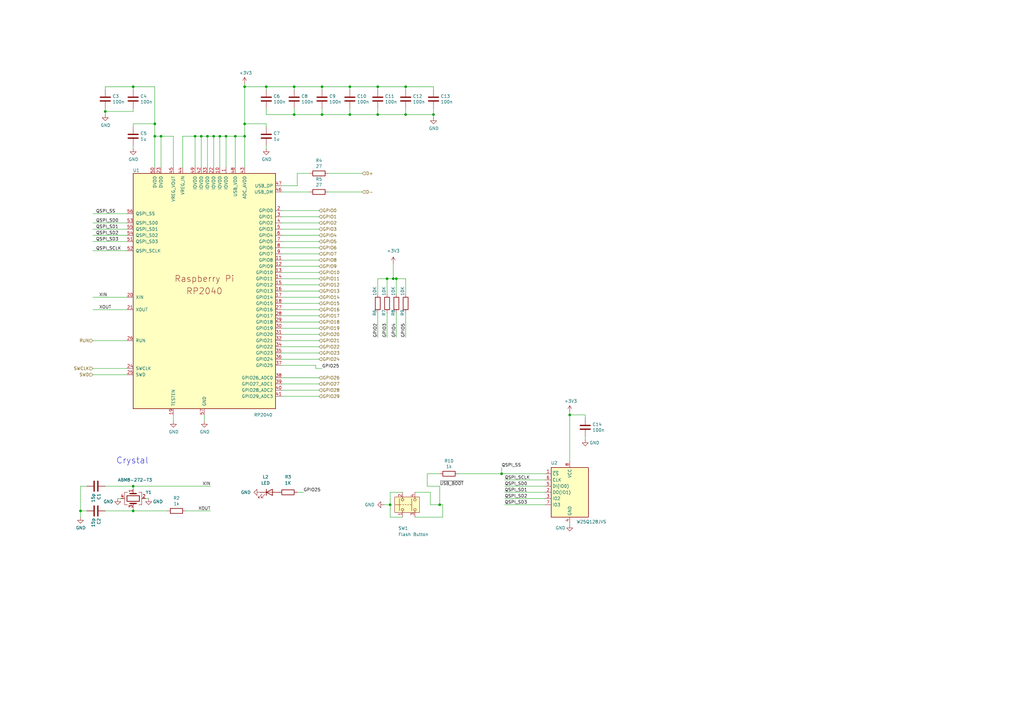
<source format=kicad_sch>
(kicad_sch (version 20231120) (generator "eeschema") (generator_version "8.0")
  (paper "A3")
  (title_block (title "FRANK2") (date "2024-11-21") (rev "1.0") (company "Mikhail Matveev") (comment 1 "https://github.com/xtremespb/frank2"))
  (lib_symbols
    (symbol "+3V3_1" (power) (pin_numbers hide) (pin_names (offset 0) hide)
      (property "Value" "+3V3" (at 0 3.556 0))
      (symbol "+3V3_1_0_1"
        (polyline (pts (xy -0.762 1.27) (xy 0 2.54)))
        (polyline (pts (xy 0 0) (xy 0 2.54)))
        (polyline (pts (xy 0 2.54) (xy 0.762 1.27)))
      )
      (symbol "+3V3_1_1_1"
        (pin power_in line (at 0 0 90) (length 0) (name "~") (number "1"))
      )
    )
    (symbol "Device:C" (pin_numbers hide) (pin_names (offset 0.254))
      (property "Reference" "C" (at 0.635 2.54 0))
      (property "Value" "C" (at 0.635 -2.54 0))
      (symbol "C_0_1"
        (polyline (pts (xy -2.032 -0.762) (xy 2.032 -0.762)) (stroke (width 0.508)))
        (polyline (pts (xy -2.032 0.762) (xy 2.032 0.762)) (stroke (width 0.508)))
      )
      (symbol "C_1_1"
        (pin passive line (at 0 3.81 270) (length 2.794) (name "~") (number "1"))
        (pin passive line (at 0 -3.81 90) (length 2.794) (name "~") (number "2"))
      )
    )
    (symbol "Device:Crystal_GND24" (pin_names (offset 1.016) hide)
      (property "Reference" "Y" (at 3.175 5.08 0))
      (property "Value" "Crystal_GND24" (at 3.175 3.175 0))
      (symbol "Crystal_GND24_0_1"
        (rectangle (start -1.143 2.54) (end 1.143 -2.54) (stroke (width 0.3048)))
        (polyline (pts (xy -2.54 0) (xy -2.032 0)))
        (polyline (pts (xy -2.032 -1.27) (xy -2.032 1.27)) (stroke (width 0.508)))
        (polyline (pts (xy 0 -3.81) (xy 0 -3.556)))
        (polyline (pts (xy 0 3.556) (xy 0 3.81)))
        (polyline (pts (xy 2.032 -1.27) (xy 2.032 1.27)) (stroke (width 0.508)))
        (polyline (pts (xy 2.032 0) (xy 2.54 0)))
        (polyline (pts (xy -2.54 -2.286) (xy -2.54 -3.556) (xy 2.54 -3.556) (xy 2.54 -2.286)))
        (polyline (pts (xy -2.54 2.286) (xy -2.54 3.556) (xy 2.54 3.556) (xy 2.54 2.286)))
      )
      (symbol "Crystal_GND24_1_1"
        (pin passive line (at -3.81 0 0) (length 1.27) (name "1") (number "1"))
        (pin passive line (at 0 5.08 270) (length 1.27) (name "2") (number "2"))
        (pin passive line (at 3.81 0 180) (length 1.27) (name "3") (number "3"))
        (pin passive line (at 0 -5.08 90) (length 1.27) (name "4") (number "4"))
      )
    )
    (symbol "Device:LED" (pin_numbers hide) (pin_names (offset 1.016) hide)
      (property "Reference" "D" (at 0 2.54 0))
      (property "Value" "LED" (at 0 -2.54 0))
      (symbol "LED_0_1"
        (polyline (pts (xy -1.27 -1.27) (xy -1.27 1.27)) (stroke (width 0.254)))
        (polyline (pts (xy -1.27 0) (xy 1.27 0)))
        (polyline (pts (xy 1.27 -1.27) (xy 1.27 1.27) (xy -1.27 0) (xy 1.27 -1.27)) (stroke (width 0.254)))
        (polyline (pts (xy -3.048 -0.762) (xy -4.572 -2.286) (xy -3.81 -2.286) (xy -4.572 -2.286) (xy -4.572 -1.524)))
        (polyline (pts (xy -1.778 -0.762) (xy -3.302 -2.286) (xy -2.54 -2.286) (xy -3.302 -2.286) (xy -3.302 -1.524)))
      )
      (symbol "LED_1_1"
        (pin passive line (at -3.81 0 0) (length 2.54) (name "K") (number "1"))
        (pin passive line (at 3.81 0 180) (length 2.54) (name "A") (number "2"))
      )
    )
    (symbol "Device:R" (pin_numbers hide) (pin_names (offset 0))
      (property "Reference" "R" (at 2.032 0 90))
      (property "Value" "R" (at 0 0 90))
      (symbol "R_0_1"
        (rectangle (start -1.016 -2.54) (end 1.016 2.54) (stroke (width 0.254)))
      )
      (symbol "R_1_1"
        (pin passive line (at 0 3.81 270) (length 1.27) (name "~") (number "1"))
        (pin passive line (at 0 -3.81 90) (length 1.27) (name "~") (number "2"))
      )
    )
    (symbol "GND_1" (power) (pin_numbers hide) (pin_names (offset 0) hide)
      (property "Value" "GND" (at 0 -3.81 0))
      (symbol "GND_1_0_1"
        (polyline (pts (xy 0 0) (xy 0 -1.27) (xy 1.27 -1.27) (xy 0 -2.54) (xy -1.27 -1.27) (xy 0 -1.27)))
      )
      (symbol "GND_1_1_1"
        (pin power_in line (at 0 0 270) (length 0) (name "~") (number "1"))
      )
    )
    (symbol "GND_2" (power) (pin_numbers hide) (pin_names (offset 0) hide)
      (property "Value" "GND" (at 0 -3.81 0))
      (symbol "GND_2_0_1"
        (polyline (pts (xy 0 0) (xy 0 -1.27) (xy 1.27 -1.27) (xy 0 -2.54) (xy -1.27 -1.27) (xy 0 -1.27)))
      )
      (symbol "GND_2_1_1"
        (pin power_in line (at 0 0 270) (length 0) (name "~") (number "1"))
      )
    )
    (symbol "MCU_RaspberryPi_RP2040:RP2040" (pin_names (offset 1.016))
      (property "Reference" "U" (at -29.21 49.53 0))
      (property "Value" "RP2040" (at 24.13 -49.53 0))
      (symbol "RP2040_0_0"
        (text "Raspberry Pi" (at 0 5.08 0) (effects (font (size 2.54 2.54))))
        (text "RP2040" (at 0 0 0) (effects (font (size 2.54 2.54))))
      )
      (symbol "RP2040_0_1"
        (rectangle (start 29.21 48.26) (end -29.21 -48.26) (stroke (width 0.254)) (fill (type background)))
      )
      (symbol "RP2040_1_1"
        (pin power_in line (at 8.89 50.8 270) (length 2.54) (name "IOVDD") (number "1"))
        (pin power_in line (at 6.35 50.8 270) (length 2.54) (name "IOVDD") (number "10"))
        (pin bidirectional line (at 31.75 12.7 180) (length 2.54) (name "GPIO8") (number "11"))
        (pin bidirectional line (at 31.75 10.16 180) (length 2.54) (name "GPIO9") (number "12"))
        (pin bidirectional line (at 31.75 7.62 180) (length 2.54) (name "GPIO10") (number "13"))
        (pin bidirectional line (at 31.75 5.08 180) (length 2.54) (name "GPIO11") (number "14"))
        (pin bidirectional line (at 31.75 2.54 180) (length 2.54) (name "GPIO12") (number "15"))
        (pin bidirectional line (at 31.75 0 180) (length 2.54) (name "GPIO13") (number "16"))
        (pin bidirectional line (at 31.75 -2.54 180) (length 2.54) (name "GPIO14") (number "17"))
        (pin bidirectional line (at 31.75 -5.08 180) (length 2.54) (name "GPIO15") (number "18"))
        (pin passive line (at -12.7 -50.8 90) (length 2.54) (name "TESTEN") (number "19"))
        (pin bidirectional line (at 31.75 33.02 180) (length 2.54) (name "GPIO0") (number "2"))
        (pin input line (at -31.75 -2.54 0) (length 2.54) (name "XIN") (number "20"))
        (pin passive line (at -31.75 -7.62 0) (length 2.54) (name "XOUT") (number "21"))
        (pin power_in line (at 3.81 50.8 270) (length 2.54) (name "IOVDD") (number "22"))
        (pin power_in line (at -17.78 50.8 270) (length 2.54) (name "DVDD") (number "23"))
        (pin output line (at -31.75 -31.75 0) (length 2.54) (name "SWCLK") (number "24"))
        (pin bidirectional line (at -31.75 -34.29 0) (length 2.54) (name "SWD") (number "25"))
        (pin input line (at -31.75 -20.32 0) (length 2.54) (name "RUN") (number "26"))
        (pin bidirectional line (at 31.75 -7.62 180) (length 2.54) (name "GPIO16") (number "27"))
        (pin bidirectional line (at 31.75 -10.16 180) (length 2.54) (name "GPIO17") (number "28"))
        (pin bidirectional line (at 31.75 -12.7 180) (length 2.54) (name "GPIO18") (number "29"))
        (pin bidirectional line (at 31.75 30.48 180) (length 2.54) (name "GPIO1") (number "3"))
        (pin bidirectional line (at 31.75 -15.24 180) (length 2.54) (name "GPIO19") (number "30"))
        (pin bidirectional line (at 31.75 -17.78 180) (length 2.54) (name "GPIO20") (number "31"))
        (pin bidirectional line (at 31.75 -20.32 180) (length 2.54) (name "GPIO21") (number "32"))
        (pin power_in line (at 1.27 50.8 270) (length 2.54) (name "IOVDD") (number "33"))
        (pin bidirectional line (at 31.75 -22.86 180) (length 2.54) (name "GPIO22") (number "34"))
        (pin bidirectional line (at 31.75 -25.4 180) (length 2.54) (name "GPIO23") (number "35"))
        (pin bidirectional line (at 31.75 -27.94 180) (length 2.54) (name "GPIO24") (number "36"))
        (pin bidirectional line (at 31.75 -30.48 180) (length 2.54) (name "GPIO25") (number "37"))
        (pin bidirectional line (at 31.75 -35.56 180) (length 2.54) (name "GPIO26_ADC0") (number "38"))
        (pin bidirectional line (at 31.75 -38.1 180) (length 2.54) (name "GPIO27_ADC1") (number "39"))
        (pin bidirectional line (at 31.75 27.94 180) (length 2.54) (name "GPIO2") (number "4"))
        (pin bidirectional line (at 31.75 -40.64 180) (length 2.54) (name "GPIO28_ADC2") (number "40"))
        (pin bidirectional line (at 31.75 -43.18 180) (length 2.54) (name "GPIO29_ADC3") (number "41"))
        (pin power_in line (at -1.27 50.8 270) (length 2.54) (name "IOVDD") (number "42"))
        (pin power_in line (at 16.51 50.8 270) (length 2.54) (name "ADC_AVDD") (number "43"))
        (pin power_in line (at -8.89 50.8 270) (length 2.54) (name "VREG_IN") (number "44"))
        (pin power_out line (at -12.7 50.8 270) (length 2.54) (name "VREG_VOUT") (number "45"))
        (pin bidirectional line (at 31.75 40.64 180) (length 2.54) (name "USB_DM") (number "46"))
        (pin bidirectional line (at 31.75 43.18 180) (length 2.54) (name "USB_DP") (number "47"))
        (pin power_in line (at 12.7 50.8 270) (length 2.54) (name "USB_VDD") (number "48"))
        (pin power_in line (at -3.81 50.8 270) (length 2.54) (name "IOVDD") (number "49"))
        (pin bidirectional line (at 31.75 25.4 180) (length 2.54) (name "GPIO3") (number "5"))
        (pin power_in line (at -20.32 50.8 270) (length 2.54) (name "DVDD") (number "50"))
        (pin bidirectional line (at -31.75 20.32 0) (length 2.54) (name "QSPI_SD3") (number "51"))
        (pin output line (at -31.75 16.51 0) (length 2.54) (name "QSPI_SCLK") (number "52"))
        (pin bidirectional line (at -31.75 27.94 0) (length 2.54) (name "QSPI_SD0") (number "53"))
        (pin bidirectional line (at -31.75 22.86 0) (length 2.54) (name "QSPI_SD2") (number "54"))
        (pin bidirectional line (at -31.75 25.4 0) (length 2.54) (name "QSPI_SD1") (number "55"))
        (pin bidirectional line (at -31.75 31.75 0) (length 2.54) (name "QSPI_SS") (number "56"))
        (pin power_in line (at 0 -50.8 90) (length 2.54) (name "GND") (number "57"))
        (pin bidirectional line (at 31.75 22.86 180) (length 2.54) (name "GPIO4") (number "6"))
        (pin bidirectional line (at 31.75 20.32 180) (length 2.54) (name "GPIO5") (number "7"))
        (pin bidirectional line (at 31.75 17.78 180) (length 2.54) (name "GPIO6") (number "8"))
        (pin bidirectional line (at 31.75 15.24 180) (length 2.54) (name "GPIO7") (number "9"))
      )
    )
    (symbol "Memory_Flash:W25Q128JVS"
      (property "Reference" "U" (at -8.89 8.89 0))
      (property "Value" "W25Q128JVS" (at 7.62 8.89 0))
      (symbol "W25Q128JVS_0_1"
        (rectangle (start -7.62 10.16) (end 7.62 -10.16) (stroke (width 0.254)) (fill (type background)))
      )
      (symbol "W25Q128JVS_1_1"
        (pin input line (at -10.16 7.62 0) (length 2.54) (name "~{CS}") (number "1"))
        (pin bidirectional line (at -10.16 0 0) (length 2.54) (name "DO(IO1)") (number "2"))
        (pin bidirectional line (at -10.16 -2.54 0) (length 2.54) (name "IO2") (number "3"))
        (pin power_in line (at 0 -12.7 90) (length 2.54) (name "GND") (number "4"))
        (pin bidirectional line (at -10.16 2.54 0) (length 2.54) (name "DI(IO0)") (number "5"))
        (pin input line (at -10.16 5.08 0) (length 2.54) (name "CLK") (number "6"))
        (pin bidirectional line (at -10.16 -5.08 0) (length 2.54) (name "IO3") (number "7"))
        (pin power_in line (at 0 12.7 270) (length 2.54) (name "VCC") (number "8"))
      )
    )
    (symbol "Switch:SW_Push_Dual" (pin_names (offset 1.016) hide)
      (property "Reference" "SW" (at 0 7.62 0))
      (property "Value" "SW_Push_Dual" (at 0 -6.35 0))
      (symbol "SW_Push_Dual_0_1"
        (circle (center -2.032 -2.54) (radius 0.508))
        (circle (center -2.032 2.54) (radius 0.508))
        (polyline (pts (xy 0 -0.508) (xy 0 -1.016)))
        (polyline (pts (xy 0 0.508) (xy 0 0)))
        (polyline (pts (xy 0 1.016) (xy 0 1.524)))
        (polyline (pts (xy 0 2.032) (xy 0 2.54)))
        (polyline (pts (xy 0 3.048) (xy 0 3.556)))
        (polyline (pts (xy 0 3.81) (xy 0 5.588)))
        (polyline (pts (xy 2.54 -1.27) (xy -2.54 -1.27)))
        (polyline (pts (xy 2.54 3.81) (xy -2.54 3.81)))
        (circle (center 2.032 -2.54) (radius 0.508))
        (circle (center 2.032 2.54) (radius 0.508))
        (pin passive line (at -5.08 2.54 0) (length 2.54) (name "1") (number "1"))
        (pin passive line (at 5.08 2.54 180) (length 2.54) (name "2") (number "2"))
        (pin passive line (at -5.08 -2.54 0) (length 2.54) (name "3") (number "3"))
        (pin passive line (at 5.08 -2.54 180) (length 2.54) (name "4") (number "4"))
      )
      (symbol "SW_Push_Dual_1_1"
        (rectangle (start -3.175 5.715) (end 3.175 -4.445) (fill (type background)))
      )
    )
    (symbol "power:+3V3" (power) (pin_names (offset 0))
      (property "Value" "+3V3" (at 0 3.556 0))
      (symbol "+3V3_0_1"
        (polyline (pts (xy -0.762 1.27) (xy 0 2.54)))
        (polyline (pts (xy 0 0) (xy 0 2.54)))
        (polyline (pts (xy 0 2.54) (xy 0.762 1.27)))
      )
      (symbol "+3V3_1_1"
        (pin power_in line (at 0 0 90) (length 0) hide (name "+3V3") (number "1"))
      )
    )
    (symbol "power:GND" (power) (pin_names (offset 0))
      (property "Value" "GND" (at 0 -3.81 0))
      (symbol "GND_0_1"
        (polyline (pts (xy 0 0) (xy 0 -1.27) (xy 1.27 -1.27) (xy 0 -2.54) (xy -1.27 -1.27) (xy 0 -1.27)))
      )
      (symbol "GND_1_1"
        (pin power_in line (at 0 0 270) (length 0) hide (name "GND") (number "1"))
      )
    )
  )
  (junction (at 66.04 55.88))
  (junction (at 33.02 209.55))
  (junction (at 120.65 46.99))
  (junction (at 96.52 55.88))
  (junction (at 109.22 35.56))
  (junction (at 166.37 46.99))
  (junction (at 80.01 55.88))
  (junction (at 158.75 114.3))
  (junction (at 162.56 114.3))
  (junction (at 90.17 55.88))
  (junction (at 100.33 50.8))
  (junction (at 161.29 114.3))
  (junction (at 177.8 46.99))
  (junction (at 43.18 45.72))
  (junction (at 154.94 46.99))
  (junction (at 87.63 55.88))
  (junction (at 143.51 35.56))
  (junction (at 63.5 50.8))
  (junction (at 120.65 35.56))
  (junction (at 54.61 35.56))
  (junction (at 205.74 194.31))
  (junction (at 143.51 46.99))
  (junction (at 100.33 35.56))
  (junction (at 92.71 55.88))
  (junction (at 82.55 55.88))
  (junction (at 54.61 209.55))
  (junction (at 166.37 35.56))
  (junction (at 132.08 35.56))
  (junction (at 100.33 55.88))
  (junction (at 63.5 55.88))
  (junction (at 85.09 55.88))
  (junction (at 233.68 170.18))
  (junction (at 180.34 207.01))
  (junction (at 54.61 199.39))
  (junction (at 132.08 46.99))
  (junction (at 154.94 35.56))
  (junction (at 160.02 207.01))
  (wire (pts (xy 66.04 55.88) (xy 63.5 55.88)))
  (wire (pts (xy 223.52 199.39) (xy 207.01 199.39)))
  (wire (pts (xy 134.62 71.12) (xy 148.59 71.12)))
  (wire (pts (xy 115.57 101.6) (xy 130.81 101.6)))
  (wire (pts (xy 160.02 201.93) (xy 160.02 207.01)))
  (wire (pts (xy 129.54 149.86) (xy 115.57 149.86)))
  (wire (pts (xy 54.61 45.72) (xy 54.61 44.45)))
  (wire (pts (xy 177.8 44.45) (xy 177.8 46.99)))
  (wire (pts (xy 175.26 199.39) (xy 175.26 194.31)))
  (wire (pts (xy 233.68 170.18) (xy 233.68 189.23)))
  (wire (pts (xy 121.92 71.12) (xy 121.92 76.2)))
  (wire (pts (xy 90.17 55.88) (xy 92.71 55.88)))
  (wire (pts (xy 166.37 36.83) (xy 166.37 35.56)))
  (wire (pts (xy 100.33 35.56) (xy 109.22 35.56)))
  (wire (pts (xy 154.94 138.43) (xy 154.94 128.27)))
  (wire (pts (xy 109.22 44.45) (xy 109.22 46.99)))
  (wire (pts (xy 158.75 138.43) (xy 158.75 128.27)))
  (wire (pts (xy 109.22 36.83) (xy 109.22 35.56)))
  (wire (pts (xy 74.93 55.88) (xy 80.01 55.88)))
  (wire (pts (xy 162.56 114.3) (xy 166.37 114.3)))
  (wire (pts (xy 33.02 199.39) (xy 33.02 209.55)))
  (wire (pts (xy 240.03 179.07) (xy 240.03 180.34)))
  (wire (pts (xy 115.57 139.7) (xy 130.81 139.7)))
  (wire (pts (xy 115.57 157.48) (xy 130.81 157.48)))
  (wire (pts (xy 120.65 36.83) (xy 120.65 35.56)))
  (wire (pts (xy 240.03 171.45) (xy 240.03 170.18)))
  (wire (pts (xy 109.22 59.69) (xy 109.22 60.96)))
  (wire (pts (xy 87.63 55.88) (xy 90.17 55.88)))
  (wire (pts (xy 43.18 199.39) (xy 54.61 199.39)))
  (wire (pts (xy 100.33 55.88) (xy 100.33 68.58)))
  (wire (pts (xy 158.75 114.3) (xy 161.29 114.3)))
  (wire (pts (xy 71.12 68.58) (xy 71.12 55.88)))
  (wire (pts (xy 38.1 96.52) (xy 52.07 96.52)))
  (wire (pts (xy 115.57 162.56) (xy 130.81 162.56)))
  (wire (pts (xy 180.34 207.01) (xy 180.34 199.39)))
  (wire (pts (xy 120.65 44.45) (xy 120.65 46.99)))
  (wire (pts (xy 54.61 36.83) (xy 54.61 35.56)))
  (wire (pts (xy 205.74 194.31) (xy 223.52 194.31)))
  (wire (pts (xy 115.57 124.46) (xy 130.81 124.46)))
  (wire (pts (xy 175.26 194.31) (xy 180.34 194.31)))
  (wire (pts (xy 38.1 121.92) (xy 52.07 121.92)))
  (wire (pts (xy 115.57 93.98) (xy 130.81 93.98)))
  (wire (pts (xy 180.34 207.01) (xy 181.61 207.01)))
  (wire (pts (xy 35.56 199.39) (xy 33.02 199.39)))
  (wire (pts (xy 162.56 138.43) (xy 162.56 128.27)))
  (wire (pts (xy 161.29 114.3) (xy 161.29 107.95)))
  (wire (pts (xy 54.61 59.69) (xy 54.61 60.96)))
  (wire (pts (xy 115.57 99.06) (xy 130.81 99.06)))
  (wire (pts (xy 54.61 52.07) (xy 54.61 50.8)))
  (wire (pts (xy 100.33 50.8) (xy 100.33 55.88)))
  (wire (pts (xy 100.33 35.56) (xy 100.33 50.8)))
  (wire (pts (xy 134.62 78.74) (xy 148.59 78.74)))
  (wire (pts (xy 109.22 52.07) (xy 109.22 50.8)))
  (wire (pts (xy 96.52 68.58) (xy 96.52 55.88)))
  (wire (pts (xy 166.37 44.45) (xy 166.37 46.99)))
  (wire (pts (xy 63.5 50.8) (xy 63.5 55.88)))
  (wire (pts (xy 52.07 127) (xy 38.1 127)))
  (wire (pts (xy 170.18 201.93) (xy 176.53 201.93)))
  (wire (pts (xy 52.07 151.13) (xy 38.1 151.13)))
  (wire (pts (xy 115.57 121.92) (xy 130.81 121.92)))
  (wire (pts (xy 43.18 209.55) (xy 54.61 209.55)))
  (wire (pts (xy 115.57 137.16) (xy 130.81 137.16)))
  (wire (pts (xy 154.94 46.99) (xy 143.51 46.99)))
  (wire (pts (xy 80.01 55.88) (xy 82.55 55.88)))
  (wire (pts (xy 223.52 207.01) (xy 207.01 207.01)))
  (wire (pts (xy 109.22 35.56) (xy 120.65 35.56)))
  (wire (pts (xy 48.26 204.47) (xy 49.53 204.47)))
  (wire (pts (xy 207.01 196.85) (xy 223.52 196.85)))
  (wire (pts (xy 162.56 120.65) (xy 162.56 114.3)))
  (wire (pts (xy 115.57 160.02) (xy 130.81 160.02)))
  (wire (pts (xy 160.02 201.93) (xy 165.1 201.93)))
  (wire (pts (xy 74.93 68.58) (xy 74.93 55.88)))
  (wire (pts (xy 96.52 55.88) (xy 100.33 55.88)))
  (wire (pts (xy 54.61 50.8) (xy 63.5 50.8)))
  (wire (pts (xy 187.96 194.31) (xy 205.74 194.31)))
  (wire (pts (xy 43.18 44.45) (xy 43.18 45.72)))
  (wire (pts (xy 143.51 35.56) (xy 154.94 35.56)))
  (wire (pts (xy 115.57 96.52) (xy 130.81 96.52)))
  (wire (pts (xy 115.57 111.76) (xy 130.81 111.76)))
  (wire (pts (xy 154.94 35.56) (xy 166.37 35.56)))
  (wire (pts (xy 54.61 208.28) (xy 54.61 209.55)))
  (wire (pts (xy 63.5 35.56) (xy 63.5 50.8)))
  (wire (pts (xy 223.52 201.93) (xy 207.01 201.93)))
  (wire (pts (xy 35.56 209.55) (xy 33.02 209.55)))
  (wire (pts (xy 170.18 212.09) (xy 181.61 212.09)))
  (wire (pts (xy 54.61 200.66) (xy 54.61 199.39)))
  (wire (pts (xy 158.75 120.65) (xy 158.75 114.3)))
  (wire (pts (xy 121.92 71.12) (xy 127 71.12)))
  (wire (pts (xy 38.1 99.06) (xy 52.07 99.06)))
  (wire (pts (xy 115.57 144.78) (xy 130.81 144.78)))
  (wire (pts (xy 181.61 207.01) (xy 181.61 212.09)))
  (wire (pts (xy 115.57 127) (xy 130.81 127)))
  (wire (pts (xy 87.63 68.58) (xy 87.63 55.88)))
  (wire (pts (xy 154.94 44.45) (xy 154.94 46.99)))
  (wire (pts (xy 80.01 68.58) (xy 80.01 55.88)))
  (wire (pts (xy 38.1 91.44) (xy 52.07 91.44)))
  (wire (pts (xy 161.29 114.3) (xy 162.56 114.3)))
  (wire (pts (xy 176.53 207.01) (xy 176.53 201.93)))
  (wire (pts (xy 115.57 104.14) (xy 130.81 104.14)))
  (wire (pts (xy 233.68 215.265) (xy 233.68 214.63)))
  (wire (pts (xy 154.94 114.3) (xy 158.75 114.3)))
  (wire (pts (xy 54.61 199.39) (xy 86.36 199.39)))
  (wire (pts (xy 160.02 212.09) (xy 165.1 212.09)))
  (wire (pts (xy 166.37 35.56) (xy 177.8 35.56)))
  (wire (pts (xy 120.65 35.56) (xy 132.08 35.56)))
  (wire (pts (xy 71.12 170.18) (xy 71.12 172.72)))
  (wire (pts (xy 115.57 129.54) (xy 130.81 129.54)))
  (wire (pts (xy 121.92 201.93) (xy 124.46 201.93)))
  (wire (pts (xy 76.2 209.55) (xy 86.36 209.55)))
  (wire (pts (xy 115.57 114.3) (xy 130.81 114.3)))
  (wire (pts (xy 115.57 76.2) (xy 121.92 76.2)))
  (wire (pts (xy 132.08 44.45) (xy 132.08 46.99)))
  (wire (pts (xy 233.68 168.91) (xy 233.68 170.18)))
  (wire (pts (xy 154.94 36.83) (xy 154.94 35.56)))
  (wire (pts (xy 54.61 209.55) (xy 68.58 209.55)))
  (wire (pts (xy 115.57 78.74) (xy 127 78.74)))
  (wire (pts (xy 43.18 45.72) (xy 54.61 45.72)))
  (wire (pts (xy 132.08 36.83) (xy 132.08 35.56)))
  (wire (pts (xy 115.57 88.9) (xy 130.81 88.9)))
  (wire (pts (xy 166.37 46.99) (xy 154.94 46.99)))
  (wire (pts (xy 100.33 50.8) (xy 109.22 50.8)))
  (wire (pts (xy 33.02 209.55) (xy 33.02 212.09)))
  (wire (pts (xy 63.5 55.88) (xy 63.5 68.58)))
  (wire (pts (xy 180.34 199.39) (xy 175.26 199.39)))
  (wire (pts (xy 52.07 139.7) (xy 38.1 139.7)))
  (wire (pts (xy 52.07 153.67) (xy 38.1 153.67)))
  (wire (pts (xy 177.8 36.83) (xy 177.8 35.56)))
  (wire (pts (xy 92.71 55.88) (xy 96.52 55.88)))
  (wire (pts (xy 129.54 151.13) (xy 132.08 151.13)))
  (wire (pts (xy 115.57 116.84) (xy 130.81 116.84)))
  (wire (pts (xy 143.51 44.45) (xy 143.51 46.99)))
  (wire (pts (xy 120.65 46.99) (xy 109.22 46.99)))
  (wire (pts (xy 71.12 55.88) (xy 66.04 55.88)))
  (wire (pts (xy 143.51 36.83) (xy 143.51 35.56)))
  (wire (pts (xy 223.52 204.47) (xy 207.01 204.47)))
  (wire (pts (xy 132.08 35.56) (xy 143.51 35.56)))
  (wire (pts (xy 115.57 91.44) (xy 130.81 91.44)))
  (wire (pts (xy 154.94 120.65) (xy 154.94 114.3)))
  (wire (pts (xy 176.53 207.01) (xy 180.34 207.01)))
  (wire (pts (xy 143.51 46.99) (xy 132.08 46.99)))
  (wire (pts (xy 100.33 34.29) (xy 100.33 35.56)))
  (wire (pts (xy 129.54 151.13) (xy 129.54 149.86)))
  (wire (pts (xy 59.69 204.47) (xy 60.96 204.47)))
  (wire (pts (xy 115.57 119.38) (xy 130.81 119.38)))
  (wire (pts (xy 205.74 191.77) (xy 205.74 194.31)))
  (wire (pts (xy 132.08 46.99) (xy 120.65 46.99)))
  (wire (pts (xy 85.09 55.88) (xy 87.63 55.88)))
  (wire (pts (xy 54.61 35.56) (xy 63.5 35.56)))
  (wire (pts (xy 115.57 109.22) (xy 130.81 109.22)))
  (wire (pts (xy 38.1 93.98) (xy 52.07 93.98)))
  (wire (pts (xy 92.71 55.88) (xy 92.71 68.58)))
  (wire (pts (xy 160.02 207.01) (xy 160.02 212.09)))
  (wire (pts (xy 115.57 134.62) (xy 130.81 134.62)))
  (wire (pts (xy 43.18 35.56) (xy 54.61 35.56)))
  (wire (pts (xy 43.18 36.83) (xy 43.18 35.56)))
  (wire (pts (xy 43.18 45.72) (xy 43.18 46.99)))
  (wire (pts (xy 166.37 120.65) (xy 166.37 114.3)))
  (wire (pts (xy 166.37 46.99) (xy 177.8 46.99)))
  (wire (pts (xy 82.55 68.58) (xy 82.55 55.88)))
  (wire (pts (xy 157.48 207.01) (xy 160.02 207.01)))
  (wire (pts (xy 83.82 170.18) (xy 83.82 172.72)))
  (wire (pts (xy 52.07 102.87) (xy 38.1 102.87)))
  (wire (pts (xy 82.55 55.88) (xy 85.09 55.88)))
  (wire (pts (xy 177.8 46.99) (xy 177.8 48.26)))
  (wire (pts (xy 52.07 87.63) (xy 38.1 87.63)))
  (wire (pts (xy 115.57 132.08) (xy 130.81 132.08)))
  (wire (pts (xy 115.57 106.68) (xy 130.81 106.68)))
  (wire (pts (xy 85.09 68.58) (xy 85.09 55.88)))
  (wire (pts (xy 66.04 68.58) (xy 66.04 55.88)))
  (wire (pts (xy 115.57 154.94) (xy 130.81 154.94)))
  (wire (pts (xy 166.37 138.43) (xy 166.37 128.27)))
  (wire (pts (xy 115.57 147.32) (xy 130.81 147.32)))
  (wire (pts (xy 240.03 170.18) (xy 233.68 170.18)))
  (wire (pts (xy 115.57 86.36) (xy 130.81 86.36)))
  (wire (pts (xy 90.17 68.58) (xy 90.17 55.88)))
  (wire (pts (xy 115.57 142.24) (xy 130.81 142.24)))
  (text "Crystal" (at 47.625 190.5 0) (effects (font (size 2.54 2.54)) (justify left bottom)))
  (label "QSPI_SD2" (at 207.01 204.47 0))
  (label "QSPI_SCLK" (at 39.37 102.87 0))
  (label "QSPI_SD0" (at 39.37 91.44 0))
  (label "GPIO5" (at 166.37 138.43 90))
  (label "QSPI_SS" (at 205.74 191.77 0))
  (label "XIN" (at 40.64 121.92 0))
  (label "QSPI_SCLK" (at 207.01 196.85 0))
  (label "GPIO2" (at 154.94 138.43 90))
  (label "QSPI_SD1" (at 39.37 93.98 0))
  (label "QSPI_SD3" (at 39.37 99.06 0))
  (label "GPIO25" (at 124.46 201.93 0))
  (label "XIN" (at 86.36 199.39 180))
  (label "GPIO25" (at 132.08 151.13 0))
  (label "~{USB_BOOT}" (at 180.34 199.39 0))
  (label "GPIO3" (at 158.75 138.43 90))
  (label "QSPI_SD0" (at 207.01 199.39 0))
  (label "XOUT" (at 86.36 209.55 180))
  (label "XOUT" (at 40.64 127 0))
  (label "QSPI_SD1" (at 207.01 201.93 0))
  (label "GPIO4" (at 162.56 138.43 90))
  (label "QSPI_SD3" (at 207.01 207.01 0))
  (label "QSPI_SD2" (at 39.37 96.52 0))
  (label "QSPI_SS" (at 39.37 87.63 0))
  (hierarchical_label "GPIO18" (shape input) (at 130.81 132.08 0))
  (hierarchical_label "GPIO29" (shape input) (at 130.81 162.56 0))
  (hierarchical_label "GPIO3" (shape input) (at 130.81 93.98 0))
  (hierarchical_label "GPIO15" (shape input) (at 130.81 124.46 0))
  (hierarchical_label "GPIO21" (shape input) (at 130.81 139.7 0))
  (hierarchical_label "GPIO16" (shape input) (at 130.81 127 0))
  (hierarchical_label "GPIO1" (shape input) (at 130.81 88.9 0))
  (hierarchical_label "D-" (shape input) (at 148.59 78.74 0))
  (hierarchical_label "GPIO11" (shape input) (at 130.81 114.3 0))
  (hierarchical_label "GPIO27" (shape input) (at 130.81 157.48 0))
  (hierarchical_label "D+" (shape input) (at 148.59 71.12 0))
  (hierarchical_label "GPIO20" (shape input) (at 130.81 137.16 0))
  (hierarchical_label "GPIO14" (shape input) (at 130.81 121.92 0))
  (hierarchical_label "GPIO8" (shape input) (at 130.81 106.68 0))
  (hierarchical_label "GPIO26" (shape input) (at 130.81 154.94 0))
  (hierarchical_label "GPIO22" (shape input) (at 130.81 142.24 0))
  (hierarchical_label "GPIO4" (shape input) (at 130.81 96.52 0))
  (hierarchical_label "GPIO7" (shape input) (at 130.81 104.14 0))
  (hierarchical_label "GPIO10" (shape input) (at 130.81 111.76 0))
  (hierarchical_label "SWD" (shape input) (at 38.1 153.67 180))
  (hierarchical_label "GPIO28" (shape input) (at 130.81 160.02 0))
  (hierarchical_label "RUN" (shape input) (at 38.1 139.7 180))
  (hierarchical_label "GPIO23" (shape input) (at 130.81 144.78 0))
  (hierarchical_label "GPIO0" (shape input) (at 130.81 86.36 0))
  (hierarchical_label "GPIO5" (shape input) (at 130.81 99.06 0))
  (hierarchical_label "SWCLK" (shape input) (at 38.1 151.13 180))
  (hierarchical_label "GPIO13" (shape input) (at 130.81 119.38 0))
  (hierarchical_label "GPIO6" (shape input) (at 130.81 101.6 0))
  (hierarchical_label "GPIO2" (shape input) (at 130.81 91.44 0))
  (hierarchical_label "GPIO17" (shape input) (at 130.81 129.54 0))
  (hierarchical_label "GPIO12" (shape input) (at 130.81 116.84 0))
  (hierarchical_label "GPIO9" (shape input) (at 130.81 109.22 0))
  (hierarchical_label "GPIO24" (shape input) (at 130.81 147.32 0))
  (hierarchical_label "GPIO19" (shape input) (at 130.81 134.62 0))
  (symbol (lib_id "Device:R") (at 158.75 124.46 180) (unit 1)
    (property "Reference" "R7" (at 157.48 128.27 90))
    (property "Value" "10K" (at 157.48 119.38 90))
    (property "Footprint" "Resistor_SMD:R_0805_2012Metric_Pad1.20x1.40mm_HandSolder" (effects (hide yes)))
    (instances (project "frank2" (path "" (reference "R7") (unit 1)) (path "" (reference "R52") (unit 1))))
  )
  (symbol (lib_id "Device:C") (at 54.61 40.64 0) (unit 1)
    (property "Reference" "C4" (at 57.531 39.4716 0) (effects (justify left)))
    (property "Value" "100n" (at 57.531 41.783 0) (effects (justify left)))
    (property "Footprint" "Capacitor_SMD:C_0805_2012Metric_Pad1.18x1.45mm_HandSolder" (effects (hide yes)))
    (instances (project "frank2" (path "" (reference "C4") (unit 1)) (path "" (reference "C35") (unit 1))))
  )
  (symbol (lib_id "MCU_RaspberryPi_RP2040:RP2040") (at 83.82 119.38 0) (unit 1)
    (property "Reference" "U1" (at 55.88 69.85 0))
    (property "Value" "RP2040" (at 107.95 170.18 0))
    (property "Footprint" "LIBS:RP2040-QFN-56" (effects (hide yes)))
    (instances (project "frank2" (path "" (reference "U1") (unit 1)) (path "" (reference "U4") (unit 1))))
  )
  (symbol (lib_id "Device:R") (at 118.11 201.93 90) (unit 1)
    (property "Reference" "R3" (at 118.11 195.58 90))
    (property "Value" "1K" (at 118.11 198.12 90))
    (property "Footprint" "Resistor_SMD:R_0805_2012Metric_Pad1.20x1.40mm_HandSolder" (effects (hide yes)))
    (property "Description" "Resistor" (effects (hide yes)))
    (instances (project "frank2" (path "" (reference "R3") (unit 1)) (path "" (reference "R48") (unit 1))))
  )
  (symbol (lib_id "Device:Crystal_GND24") (at 54.61 204.47 270) (unit 1)
    (property "Reference" "Y1" (at 59.69 201.93 90) (effects (justify left)))
    (property "Value" "ABM8-272-T3" (at 48.26 196.85 90) (effects (justify left)))
    (property "Footprint" "Crystal:Crystal_SMD_3225-4Pin_3.2x2.5mm" (effects (hide yes)))
    (instances (project "frank2" (path "" (reference "Y1") (unit 1)) (path "" (reference "Y2") (unit 1))))
  )
  (symbol (lib_id "power:+3V3") (at 100.33 34.29 0) (unit 1)
    (property "Reference" "#PWR011" (effects (hide yes)))
    (property "Value" "+3V3" (at 100.711 29.8958 0))
    (instances (project "frank2" (path "" (reference "#PWR011") (unit 1)) (path "" (reference "#PWR071") (unit 1))))
  )
  (symbol (lib_id "Memory_Flash:W25Q128JVS") (at 233.68 201.93 0) (unit 1)
    (property "Reference" "U2" (at 227.33 189.865 0))
    (property "Value" "W25Q128JVS" (at 242.57 213.995 0))
    (property "Footprint" "Package_SO:SOIC-8_5.23x5.23mm_P1.27mm" (effects (hide yes)))
    (property "Datasheet" "http://www.winbond.com/resource-files/w25q128jv_dtr%20revc%2003272018%20plus.pdf" (effects (hide yes)))
    (instances (project "frank2" (path "" (reference "U2") (unit 1)) (path "" (reference "U5") (unit 1))))
  )
  (symbol (lib_id "Device:C") (at 143.51 40.64 0) (unit 1)
    (property "Reference" "C10" (at 146.431 39.4716 0) (effects (justify left)))
    (property "Value" "100n" (at 146.431 41.783 0) (effects (justify left)))
    (property "Footprint" "Capacitor_SMD:C_0805_2012Metric_Pad1.18x1.45mm_HandSolder" (effects (hide yes)))
    (instances (project "frank2" (path "" (reference "C10") (unit 1)) (path "" (reference "C41") (unit 1))))
  )
  (symbol (lib_name "GND_2") (lib_id "power:GND") (at 106.68 201.93 270) (unit 1)
    (property "Reference" "#PWR012" (effects (hide yes)))
    (property "Value" "GND" (at 102.87 201.9299 90) (effects (justify right)))
    (property "Description" "Power symbol creates a global label with name \"GND\" , ground" (effects (hide yes)))
    (instances (project "frank2" (path "" (reference "#PWR012") (unit 1)) (path "" (reference "#PWR072") (unit 1))))
  )
  (symbol (lib_id "Device:R") (at 130.81 78.74 270) (unit 1)
    (property "Reference" "R5" (at 130.81 73.4822 90))
    (property "Value" "27" (at 130.81 75.7936 90))
    (property "Footprint" "Resistor_SMD:R_0805_2012Metric_Pad1.20x1.40mm_HandSolder" (effects (hide yes)))
    (instances (project "frank2" (path "" (reference "R5") (unit 1)) (path "" (reference "R50") (unit 1))))
  )
  (symbol (lib_id "Device:R") (at 130.81 71.12 270) (unit 1)
    (property "Reference" "R4" (at 130.81 65.8622 90))
    (property "Value" "27" (at 130.81 68.1736 90))
    (property "Footprint" "Resistor_SMD:R_0805_2012Metric_Pad1.20x1.40mm_HandSolder" (effects (hide yes)))
    (instances (project "frank2" (path "" (reference "R4") (unit 1)) (path "" (reference "R49") (unit 1))))
  )
  (symbol (lib_id "power:GND") (at 54.61 60.96 0) (unit 1)
    (property "Reference" "#PWR06" (effects (hide yes)))
    (property "Value" "GND" (at 54.737 65.3542 0))
    (instances (project "frank2" (path "" (reference "#PWR06") (unit 1)) (path "" (reference "#PWR066") (unit 1))))
  )
  (symbol (lib_id "power:+3V3") (at 233.68 168.91 0) (unit 1)
    (property "Reference" "#PWR017" (effects (hide yes)))
    (property "Value" "+3V3" (at 234.061 164.5158 0))
    (instances (project "frank2" (path "" (reference "#PWR017") (unit 1)) (path "" (reference "#PWR077") (unit 1))))
  )
  (symbol (lib_id "Device:R") (at 166.37 124.46 180) (unit 1)
    (property "Reference" "R9" (at 165.1 128.27 90))
    (property "Value" "10K" (at 165.1 119.38 90))
    (property "Footprint" "Resistor_SMD:R_0805_2012Metric_Pad1.20x1.40mm_HandSolder" (effects (hide yes)))
    (instances (project "frank2" (path "" (reference "R9") (unit 1)) (path "" (reference "R54") (unit 1))))
  )
  (symbol (lib_id "Switch:SW_Push_Dual") (at 167.64 207.01 90) (unit 1)
    (property "Reference" "SW1" (at 163.322 216.662 90) (effects (justify right)))
    (property "Value" "Flash Button" (at 163.322 219.202 90) (effects (justify right)))
    (property "Footprint" "LIBS:Button_SMD_3x3x2" (effects (hide yes)))
    (property "Description" "Push button switch, generic, symbol, four pins" (effects (hide yes)))
    (instances (project "frank2" (path "" (reference "SW1") (unit 1)) (path "" (reference "SW3") (unit 1))))
  )
  (symbol (lib_id "Device:R") (at 72.39 209.55 270) (unit 1)
    (property "Reference" "R2" (at 72.39 204.2922 90))
    (property "Value" "1k" (at 72.39 206.6036 90))
    (property "Footprint" "Resistor_SMD:R_0805_2012Metric_Pad1.20x1.40mm_HandSolder" (effects (hide yes)))
    (instances (project "frank2" (path "" (reference "R2") (unit 1)) (path "" (reference "R47") (unit 1))))
  )
  (symbol (lib_id "power:GND") (at 83.82 172.72 0) (unit 1)
    (property "Reference" "#PWR010" (effects (hide yes)))
    (property "Value" "GND" (at 83.947 177.1142 0))
    (instances (project "frank2" (path "" (reference "#PWR010") (unit 1)) (path "" (reference "#PWR070") (unit 1))))
  )
  (symbol (lib_id "Device:C") (at 43.18 40.64 0) (unit 1)
    (property "Reference" "C3" (at 46.101 39.4716 0) (effects (justify left)))
    (property "Value" "100n" (at 46.101 41.783 0) (effects (justify left)))
    (property "Footprint" "Capacitor_SMD:C_0805_2012Metric_Pad1.18x1.45mm_HandSolder" (effects (hide yes)))
    (instances (project "frank2" (path "" (reference "C3") (unit 1)) (path "" (reference "C34") (unit 1))))
  )
  (symbol (lib_id "power:GND") (at 233.68 215.265 0) (unit 1)
    (property "Reference" "#PWR018" (effects (hide yes)))
    (property "Value" "GND" (at 229.87 216.535 0))
    (instances (project "frank2" (path "" (reference "#PWR018") (unit 1)) (path "" (reference "#PWR078") (unit 1))))
  )
  (symbol (lib_id "power:GND") (at 48.26 204.47 0) (unit 1)
    (property "Reference" "#PWR05" (effects (hide yes)))
    (property "Value" "GND" (at 44.45 205.74 0))
    (instances (project "frank2" (path "" (reference "#PWR05") (unit 1)) (path "" (reference "#PWR065") (unit 1))))
  )
  (symbol (lib_id "Device:R") (at 162.56 124.46 180) (unit 1)
    (property "Reference" "R8" (at 161.29 128.27 90))
    (property "Value" "10K" (at 161.29 119.38 90))
    (property "Footprint" "Resistor_SMD:R_0805_2012Metric_Pad1.20x1.40mm_HandSolder" (effects (hide yes)))
    (instances (project "frank2" (path "" (reference "R8") (unit 1)) (path "" (reference "R53") (unit 1))))
  )
  (symbol (lib_id "power:GND") (at 43.18 46.99 0) (unit 1)
    (property "Reference" "#PWR04" (effects (hide yes)))
    (property "Value" "GND" (at 43.307 51.3842 0))
    (instances (project "frank2" (path "" (reference "#PWR04") (unit 1)) (path "" (reference "#PWR064") (unit 1))))
  )
  (symbol (lib_id "Device:C") (at 109.22 40.64 0) (unit 1)
    (property "Reference" "C6" (at 112.141 39.4716 0) (effects (justify left)))
    (property "Value" "100n" (at 112.141 41.783 0) (effects (justify left)))
    (property "Footprint" "Capacitor_SMD:C_0805_2012Metric_Pad1.18x1.45mm_HandSolder" (effects (hide yes)))
    (instances (project "frank2" (path "" (reference "C6") (unit 1)) (path "" (reference "C37") (unit 1))))
  )
  (symbol (lib_id "power:GND") (at 60.96 204.47 0) (unit 1)
    (property "Reference" "#PWR07" (effects (hide yes)))
    (property "Value" "GND" (at 64.77 205.74 0))
    (instances (project "frank2" (path "" (reference "#PWR07") (unit 1)) (path "" (reference "#PWR067") (unit 1))))
  )
  (symbol (lib_id "power:GND") (at 240.03 180.34 0) (unit 1)
    (property "Reference" "#PWR019" (effects (hide yes)))
    (property "Value" "GND" (at 243.84 181.61 0))
    (instances (project "frank2" (path "" (reference "#PWR019") (unit 1)) (path "" (reference "#PWR079") (unit 1))))
  )
  (symbol (lib_id "Device:C") (at 120.65 40.64 0) (unit 1)
    (property "Reference" "C8" (at 123.571 39.4716 0) (effects (justify left)))
    (property "Value" "100n" (at 123.571 41.783 0) (effects (justify left)))
    (property "Footprint" "Capacitor_SMD:C_0805_2012Metric_Pad1.18x1.45mm_HandSolder" (effects (hide yes)))
    (instances (project "frank2" (path "" (reference "C8") (unit 1)) (path "" (reference "C39") (unit 1))))
  )
  (symbol (lib_id "Device:C") (at 109.22 55.88 0) (unit 1)
    (property "Reference" "C7" (at 112.141 54.7116 0) (effects (justify left)))
    (property "Value" "1u" (at 112.141 57.023 0) (effects (justify left)))
    (property "Footprint" "Capacitor_SMD:C_0805_2012Metric_Pad1.18x1.45mm_HandSolder" (effects (hide yes)))
    (instances (project "frank2" (path "" (reference "C7") (unit 1)) (path "" (reference "C38") (unit 1))))
  )
  (symbol (lib_id "Device:C") (at 240.03 175.26 0) (unit 1)
    (property "Reference" "C14" (at 242.951 174.0916 0) (effects (justify left)))
    (property "Value" "100n" (at 242.951 176.403 0) (effects (justify left)))
    (property "Footprint" "Capacitor_SMD:C_0805_2012Metric_Pad1.18x1.45mm_HandSolder" (effects (hide yes)))
    (instances (project "frank2" (path "" (reference "C14") (unit 1)) (path "" (reference "C45") (unit 1))))
  )
  (symbol (lib_id "Device:C") (at 39.37 199.39 270) (unit 1)
    (property "Reference" "C1" (at 40.5384 202.311 0) (effects (justify left)))
    (property "Value" "15p" (at 38.227 202.311 0) (effects (justify left)))
    (property "Footprint" "Capacitor_SMD:C_0805_2012Metric_Pad1.18x1.45mm_HandSolder" (effects (hide yes)))
    (instances (project "frank2" (path "" (reference "C1") (unit 1)) (path "" (reference "C32") (unit 1))))
  )
  (symbol (lib_id "Device:R") (at 154.94 124.46 180) (unit 1)
    (property "Reference" "R6" (at 153.67 128.27 90))
    (property "Value" "10K" (at 153.67 119.38 90))
    (property "Footprint" "Resistor_SMD:R_0805_2012Metric_Pad1.20x1.40mm_HandSolder" (effects (hide yes)))
    (instances (project "frank2" (path "" (reference "R6") (unit 1)) (path "" (reference "R51") (unit 1))))
  )
  (symbol (lib_name "GND_1") (lib_id "power:GND") (at 157.48 207.01 270) (unit 1)
    (property "Reference" "#PWR014" (effects (hide yes)))
    (property "Value" "GND" (at 153.67 207.0099 90) (effects (justify right)))
    (property "Description" "Power symbol creates a global label with name \"GND\" , ground" (effects (hide yes)))
    (instances (project "frank2" (path "" (reference "#PWR014") (unit 1)) (path "" (reference "#PWR074") (unit 1))))
  )
  (symbol (lib_id "Device:C") (at 39.37 209.55 270) (unit 1)
    (property "Reference" "C2" (at 40.5384 212.471 0) (effects (justify left)))
    (property "Value" "15p" (at 38.227 212.471 0) (effects (justify left)))
    (property "Footprint" "Capacitor_SMD:C_0805_2012Metric_Pad1.18x1.45mm_HandSolder" (effects (hide yes)))
    (instances (project "frank2" (path "" (reference "C2") (unit 1)) (path "" (reference "C33") (unit 1))))
  )
  (symbol (lib_id "Device:LED") (at 110.49 201.93 0) (unit 1)
    (property "Reference" "L2" (at 108.9025 195.58 0))
    (property "Value" "LED" (at 108.9025 198.12 0))
    (property "Footprint" "LED_SMD:LED_0805_2012Metric_Pad1.15x1.40mm_HandSolder" (effects (hide yes)))
    (property "Description" "Light emitting diode" (effects (hide yes)))
    (instances (project "frank2" (path "" (reference "L2") (unit 1)) (path "" (reference "L4") (unit 1))))
  )
  (symbol (lib_id "power:GND") (at 177.8 48.26 0) (unit 1)
    (property "Reference" "#PWR016" (effects (hide yes)))
    (property "Value" "GND" (at 177.927 52.6542 0))
    (instances (project "frank2" (path "" (reference "#PWR016") (unit 1)) (path "" (reference "#PWR076") (unit 1))))
  )
  (symbol (lib_id "power:GND") (at 33.02 212.09 0) (unit 1)
    (property "Reference" "#PWR03" (effects (hide yes)))
    (property "Value" "GND" (at 33.147 216.4842 0))
    (instances (project "frank2" (path "" (reference "#PWR03") (unit 1)) (path "" (reference "#PWR063") (unit 1))))
  )
  (symbol (lib_id "Device:C") (at 54.61 55.88 0) (unit 1)
    (property "Reference" "C5" (at 57.531 54.7116 0) (effects (justify left)))
    (property "Value" "1u" (at 57.531 57.023 0) (effects (justify left)))
    (property "Footprint" "Capacitor_SMD:C_0805_2012Metric_Pad1.18x1.45mm_HandSolder" (effects (hide yes)))
    (instances (project "frank2" (path "" (reference "C5") (unit 1)) (path "" (reference "C36") (unit 1))))
  )
  (symbol (lib_id "Device:C") (at 132.08 40.64 0) (unit 1)
    (property "Reference" "C9" (at 135.001 39.4716 0) (effects (justify left)))
    (property "Value" "100n" (at 135.001 41.783 0) (effects (justify left)))
    (property "Footprint" "Capacitor_SMD:C_0805_2012Metric_Pad1.18x1.45mm_HandSolder" (effects (hide yes)))
    (instances (project "frank2" (path "" (reference "C9") (unit 1)) (path "" (reference "C40") (unit 1))))
  )
  (symbol (lib_id "Device:C") (at 177.8 40.64 0) (unit 1)
    (property "Reference" "C13" (at 180.721 39.4716 0) (effects (justify left)))
    (property "Value" "100n" (at 180.721 41.783 0) (effects (justify left)))
    (property "Footprint" "Capacitor_SMD:C_0805_2012Metric_Pad1.18x1.45mm_HandSolder" (effects (hide yes)))
    (instances (project "frank2" (path "" (reference "C13") (unit 1)) (path "" (reference "C44") (unit 1))))
  )
  (symbol (lib_id "Device:R") (at 184.15 194.31 270) (unit 1)
    (property "Reference" "R10" (at 184.15 189.0522 90))
    (property "Value" "1k" (at 184.15 191.3636 90))
    (property "Footprint" "Resistor_SMD:R_0805_2012Metric_Pad1.20x1.40mm_HandSolder" (effects (hide yes)))
    (instances (project "frank2" (path "" (reference "R10") (unit 1)) (path "" (reference "R55") (unit 1))))
  )
  (symbol (lib_name "+3V3_1") (lib_id "power:+3V3") (at 161.29 107.95 0) (unit 1)
    (property "Reference" "#PWR015" (effects (hide yes)))
    (property "Value" "+3V3" (at 161.29 102.87 0))
    (property "Description" "Power symbol creates a global label with name \"+3V3\"" (effects (hide yes)))
    (instances (project "" (path "" (reference "#PWR015") (unit 1)) (path "" (reference "#PWR075") (unit 1))))
  )
  (symbol (lib_id "power:GND") (at 71.12 172.72 0) (unit 1)
    (property "Reference" "#PWR09" (effects (hide yes)))
    (property "Value" "GND" (at 71.247 177.1142 0))
    (instances (project "frank2" (path "" (reference "#PWR09") (unit 1)) (path "" (reference "#PWR069") (unit 1))))
  )
  (symbol (lib_id "power:GND") (at 109.22 60.96 0) (unit 1)
    (property "Reference" "#PWR013" (effects (hide yes)))
    (property "Value" "GND" (at 109.347 65.3542 0))
    (instances (project "frank2" (path "" (reference "#PWR013") (unit 1)) (path "" (reference "#PWR073") (unit 1))))
  )
  (symbol (lib_id "Device:C") (at 154.94 40.64 0) (unit 1)
    (property "Reference" "C11" (at 157.861 39.4716 0) (effects (justify left)))
    (property "Value" "100n" (at 157.861 41.783 0) (effects (justify left)))
    (property "Footprint" "Capacitor_SMD:C_0805_2012Metric_Pad1.18x1.45mm_HandSolder" (effects (hide yes)))
    (instances (project "frank2" (path "" (reference "C11") (unit 1)) (path "" (reference "C42") (unit 1))))
  )
  (symbol (lib_id "Device:C") (at 166.37 40.64 0) (unit 1)
    (property "Reference" "C12" (at 169.291 39.4716 0) (effects (justify left)))
    (property "Value" "100n" (at 169.291 41.783 0) (effects (justify left)))
    (property "Footprint" "Capacitor_SMD:C_0805_2012Metric_Pad1.18x1.45mm_HandSolder" (effects (hide yes)))
    (instances (project "frank2" (path "" (reference "C12") (unit 1)) (path "" (reference "C43") (unit 1))))
  )
)
</source>
